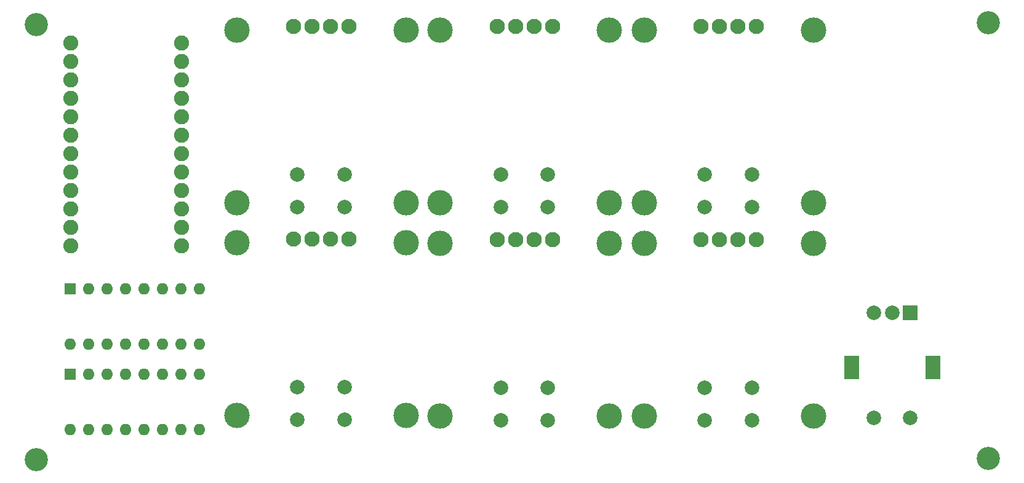
<source format=gbr>
%TF.GenerationSoftware,KiCad,Pcbnew,6.0.9-8da3e8f707~117~ubuntu22.04.1*%
%TF.CreationDate,2022-12-27T22:22:47-06:00*%
%TF.ProjectId,macropad2,6d616372-6f70-4616-9432-2e6b69636164,rev?*%
%TF.SameCoordinates,Original*%
%TF.FileFunction,Soldermask,Bot*%
%TF.FilePolarity,Negative*%
%FSLAX46Y46*%
G04 Gerber Fmt 4.6, Leading zero omitted, Abs format (unit mm)*
G04 Created by KiCad (PCBNEW 6.0.9-8da3e8f707~117~ubuntu22.04.1) date 2022-12-27 22:22:47*
%MOMM*%
%LPD*%
G01*
G04 APERTURE LIST*
%ADD10C,3.200000*%
%ADD11C,2.100000*%
%ADD12C,3.500000*%
%ADD13C,2.000000*%
%ADD14R,1.600000X1.600000*%
%ADD15O,1.600000X1.600000*%
%ADD16C,2.082800*%
%ADD17R,2.000000X2.000000*%
%ADD18R,2.000000X3.200000*%
G04 APERTURE END LIST*
D10*
%TO.C,REF\u002A\u002A*%
X82000000Y-40000000D03*
%TD*%
%TO.C,REF\u002A\u002A*%
X82000000Y-100000000D03*
%TD*%
%TO.C,REF\u002A\u002A*%
X213000000Y-99800000D03*
%TD*%
%TO.C,REF\u002A\u002A*%
X213000000Y-39800000D03*
%TD*%
D11*
%TO.C,OLED5*%
X153060000Y-69675000D03*
X150520000Y-69675000D03*
X147980000Y-69675000D03*
X145440000Y-69675000D03*
D12*
X137600000Y-70175000D03*
X160900000Y-93975000D03*
X137600000Y-93975000D03*
X160900000Y-70175000D03*
%TD*%
D13*
%TO.C,SW5*%
X152425000Y-94550000D03*
X145925000Y-94550000D03*
X145925000Y-90050000D03*
X152425000Y-90050000D03*
%TD*%
D11*
%TO.C,OLED4*%
X125085000Y-69600000D03*
X122545000Y-69600000D03*
X120005000Y-69600000D03*
X117465000Y-69600000D03*
D12*
X109625000Y-70100000D03*
X132925000Y-93900000D03*
X109625000Y-93900000D03*
X132925000Y-70100000D03*
%TD*%
D13*
%TO.C,SW4*%
X124450000Y-94475000D03*
X117950000Y-94475000D03*
X117950000Y-89975000D03*
X124450000Y-89975000D03*
%TD*%
D14*
%TO.C,U3*%
X86725000Y-88200000D03*
D15*
X89265000Y-88200000D03*
X91805000Y-88200000D03*
X94345000Y-88200000D03*
X96885000Y-88200000D03*
X99425000Y-88200000D03*
X101965000Y-88200000D03*
X104505000Y-88200000D03*
X104505000Y-95820000D03*
X101965000Y-95820000D03*
X99425000Y-95820000D03*
X96885000Y-95820000D03*
X94345000Y-95820000D03*
X91805000Y-95820000D03*
X89265000Y-95820000D03*
X86725000Y-95820000D03*
%TD*%
D16*
%TO.C,U2*%
X102000000Y-42600000D03*
X102000000Y-45140000D03*
X102000000Y-47680000D03*
X102000000Y-50220000D03*
X102000000Y-52760000D03*
X102000000Y-55300000D03*
X102000000Y-57840000D03*
X102000000Y-60380000D03*
X102000000Y-62920000D03*
X102000000Y-65460000D03*
X102000000Y-68000000D03*
X102000000Y-70540000D03*
X86760000Y-70540000D03*
X86760000Y-68000000D03*
X86760000Y-65460000D03*
X86760000Y-62920000D03*
X86760000Y-60380000D03*
X86760000Y-57840000D03*
X86760000Y-55300000D03*
X86760000Y-52760000D03*
X86760000Y-50220000D03*
X86760000Y-47680000D03*
X86760000Y-45140000D03*
X86760000Y-42600000D03*
%TD*%
D15*
%TO.C,U1*%
X86725000Y-84020000D03*
X89265000Y-84020000D03*
X91805000Y-84020000D03*
X94345000Y-84020000D03*
X96885000Y-84020000D03*
X99425000Y-84020000D03*
X101965000Y-84020000D03*
X104505000Y-84020000D03*
X104505000Y-76400000D03*
X101965000Y-76400000D03*
X99425000Y-76400000D03*
X96885000Y-76400000D03*
X94345000Y-76400000D03*
X91805000Y-76400000D03*
X89265000Y-76400000D03*
D14*
X86725000Y-76400000D03*
%TD*%
D17*
%TO.C,SW7*%
X202300000Y-79750000D03*
D13*
X197300000Y-79750000D03*
X199800000Y-79750000D03*
D18*
X194200000Y-87250000D03*
X205400000Y-87250000D03*
D13*
X197300000Y-94250000D03*
X202300000Y-94250000D03*
%TD*%
%TO.C,SW6*%
X180500000Y-90050000D03*
X174000000Y-90050000D03*
X174000000Y-94550000D03*
X180500000Y-94550000D03*
%TD*%
%TO.C,SW3*%
X180500000Y-60650000D03*
X174000000Y-60650000D03*
X174000000Y-65150000D03*
X180500000Y-65150000D03*
%TD*%
%TO.C,SW2*%
X152425000Y-60675000D03*
X145925000Y-60675000D03*
X145925000Y-65175000D03*
X152425000Y-65175000D03*
%TD*%
%TO.C,SW1*%
X124450000Y-60650000D03*
X117950000Y-60650000D03*
X117950000Y-65150000D03*
X124450000Y-65150000D03*
%TD*%
D11*
%TO.C,OLED6*%
X181135000Y-69675000D03*
X178595000Y-69675000D03*
X176055000Y-69675000D03*
X173515000Y-69675000D03*
D12*
X165675000Y-70175000D03*
X188975000Y-93975000D03*
X165675000Y-93975000D03*
X188975000Y-70175000D03*
%TD*%
D11*
%TO.C,OLED3*%
X181135000Y-40275000D03*
X178595000Y-40275000D03*
X176055000Y-40275000D03*
X173515000Y-40275000D03*
D12*
X165675000Y-40775000D03*
X188975000Y-64575000D03*
X165675000Y-64575000D03*
X188975000Y-40775000D03*
%TD*%
%TO.C,OLED2*%
X160900000Y-40800000D03*
X137600000Y-64600000D03*
X160900000Y-64600000D03*
X137600000Y-40800000D03*
D11*
X145440000Y-40300000D03*
X147980000Y-40300000D03*
X150520000Y-40300000D03*
X153060000Y-40300000D03*
%TD*%
D12*
%TO.C,OLED1*%
X132925000Y-40775000D03*
X109625000Y-64575000D03*
X132925000Y-64575000D03*
X109625000Y-40775000D03*
D11*
X117465000Y-40275000D03*
X120005000Y-40275000D03*
X122545000Y-40275000D03*
X125085000Y-40275000D03*
%TD*%
M02*

</source>
